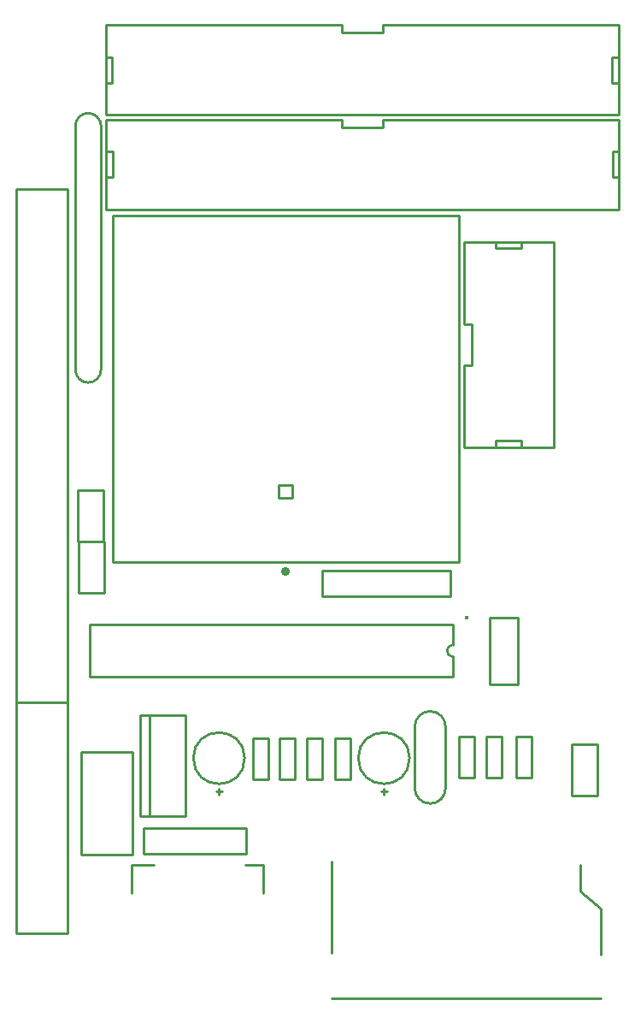
<source format=gbr>
G04 DipTrace 3.0.0.1*
G04 TopSilk.gbr*
%MOIN*%
G04 #@! TF.FileFunction,Legend,Top*
G04 #@! TF.Part,Single*
%ADD10C,0.009843*%
%ADD31C,0.03537*%
%ADD32C,0.015431*%
%FSLAX26Y26*%
G04*
G70*
G90*
G75*
G01*
G04 TopSilk*
%LPD*%
X1228589Y1209064D2*
D10*
X1204949D1*
X1216769Y1197245D2*
Y1220858D1*
X1116769Y1338974D2*
G02X1116769Y1338974I100000J0D01*
G01*
X1871820Y1209062D2*
X1848180D1*
X1860000Y1197243D2*
Y1220857D1*
X1760000Y1338973D2*
G02X1760000Y1338973I100000J0D01*
G01*
X2100358Y1461847D2*
Y1222087D1*
X1980358Y1461847D2*
Y1222087D1*
G03X2100358Y1222087I60000J-120D01*
G01*
Y1461847D2*
G03X1980358Y1461847I-60000J120D01*
G01*
X2594280Y1194076D2*
X2694280D1*
X2594280Y1394076D2*
Y1194076D1*
Y1394076D2*
X2694280D1*
Y1194076D1*
X2625373Y821099D2*
Y923662D1*
Y821099D2*
X2705877Y754674D1*
Y573432D1*
X2704743Y403122D2*
X1657058D1*
X1655924Y579699D2*
Y935916D1*
X426667Y1557314D2*
X626667D1*
X426667Y3557314D2*
X626667D1*
Y1557314D1*
X426667Y3557314D2*
Y1557314D1*
X1619037Y2068934D2*
Y1968934D1*
X2119037Y2068934D2*
X1619037D1*
X2119037Y1968934D2*
X1619037D1*
X2119037Y2068934D2*
Y1968934D1*
X1696667Y3797725D2*
Y3827825D1*
Y3797725D2*
X1856667D1*
Y3827825D1*
X2776667Y3477825D2*
Y3827825D1*
X776667Y3477825D2*
X2776667D1*
X776667D2*
Y3827825D1*
X1696667D1*
X1856667D2*
X2776667D1*
X776667Y3602775D2*
X802667D1*
Y3702875D1*
X776667D2*
X802667D1*
X2752667Y3602775D2*
X2776667D1*
X2752667D2*
Y3702875D1*
X2776667D1*
X2296643Y3326054D2*
Y3350854D1*
X2396743Y3326054D2*
X2296643D1*
X2396743D2*
Y3350854D1*
X2296643Y2550854D2*
Y2575654D1*
X2396743D2*
X2296643D1*
X2396743Y2550854D2*
Y2575654D1*
X2521693Y3350854D2*
X2171693D1*
X2521693Y2550854D2*
X2171693D1*
X2521693D2*
Y3350854D1*
X2201793Y3030854D2*
X2171693D1*
X2201793Y2870854D2*
Y3030854D1*
Y2870854D2*
X2171693D1*
Y3030854D2*
Y3350854D1*
Y2550854D2*
Y2870854D1*
X426667Y1557314D2*
Y657314D1*
X626667Y1557314D2*
Y657314D1*
X426667Y1557314D2*
X626667D1*
X426667Y657314D2*
X626667D1*
X910357Y1114230D2*
X1087522D1*
Y1507930D1*
X910357D1*
Y1114230D1*
X945790D2*
Y1507930D1*
X2212049Y1422981D2*
X2152049D1*
X2212049Y1262681D2*
Y1422981D1*
Y1262681D2*
X2152049D1*
Y1422981D1*
X1620874Y1416743D2*
X1560874D1*
X1620874Y1256443D2*
Y1416743D1*
Y1256443D2*
X1560874D1*
Y1416743D1*
X1728425Y1417710D2*
X1668425D1*
X1728425Y1257410D2*
Y1417710D1*
Y1257410D2*
X1668425D1*
Y1417710D1*
X2319516Y1423382D2*
X2259516D1*
X2319516Y1263082D2*
Y1423382D1*
Y1263082D2*
X2259516D1*
Y1423382D1*
X1408764Y1415894D2*
X1348764D1*
X1408764Y1255594D2*
Y1415894D1*
Y1255594D2*
X1348764D1*
Y1415894D1*
X1513455Y1415448D2*
X1453455D1*
X1513455Y1255148D2*
Y1415448D1*
Y1255148D2*
X1453455D1*
Y1415448D1*
X2435881Y1422822D2*
X2375881D1*
X2435881Y1262522D2*
Y1422822D1*
Y1262522D2*
X2375881D1*
Y1422822D1*
X656643Y2852714D2*
Y3801914D1*
X756690Y2852714D2*
Y3801914D1*
G03X656643Y3801914I-50024J375D01*
G01*
Y2852714D2*
G03X756690Y2852714I50024J-375D01*
G01*
X2130136Y1859686D2*
X712814D1*
X2130136Y1654950D2*
X712814D1*
Y1859686D2*
Y1654950D1*
X2130136Y1859686D2*
Y1780958D1*
Y1654950D2*
Y1733678D1*
Y1780958D2*
G03X2130136Y1733678I113J-23640D01*
G01*
X801667Y2102210D2*
Y3452313D1*
X2151667Y2102210D2*
X801667D1*
X2151667D2*
Y3452313D1*
X801667D1*
X1502317Y2352120D2*
Y2402046D1*
X1451017D1*
Y2352120D1*
X1502317D1*
D31*
X1476667Y2067570D3*
D32*
X2182299Y1886194D3*
X2271549Y1887233D2*
D10*
Y1627404D1*
X2381785Y1887233D2*
Y1627404D1*
X2271549D2*
X2381785D1*
X2271549Y1887233D2*
X2381785D1*
X1323870Y966382D2*
Y1066382D1*
X923870Y966382D2*
X1323870D1*
X923870Y1066382D2*
X1323870D1*
X923870Y966382D2*
Y1066382D1*
X874848Y813410D2*
Y924643D1*
X961063D1*
X1390627Y813410D2*
Y924643D1*
X1317785D1*
X880146Y963424D2*
Y1363424D1*
X680146Y963424D2*
Y1363424D1*
X880146Y963424D2*
X680146D1*
X880146Y1363424D2*
X680146D1*
X1694438Y4164849D2*
Y4194949D1*
Y4164849D2*
X1854438D1*
Y4194949D1*
X2774438Y3844949D2*
Y4194949D1*
X774438Y3844949D2*
X2774438D1*
X774438D2*
Y4194949D1*
X1694438D1*
X1854438D2*
X2774438D1*
X774438Y3969899D2*
X800438D1*
Y4069999D1*
X774438D2*
X800438D1*
X2750438Y3969899D2*
X2774438D1*
X2750438D2*
Y4069999D1*
X2774438D1*
X767428Y2382745D2*
X667428D1*
X767428Y2182745D2*
Y2382745D1*
Y2182745D2*
X667428D1*
Y2382745D1*
X768202Y2182892D2*
X668202D1*
X768202Y1982892D2*
Y2182892D1*
Y1982892D2*
X668202D1*
Y2182892D1*
M02*

</source>
